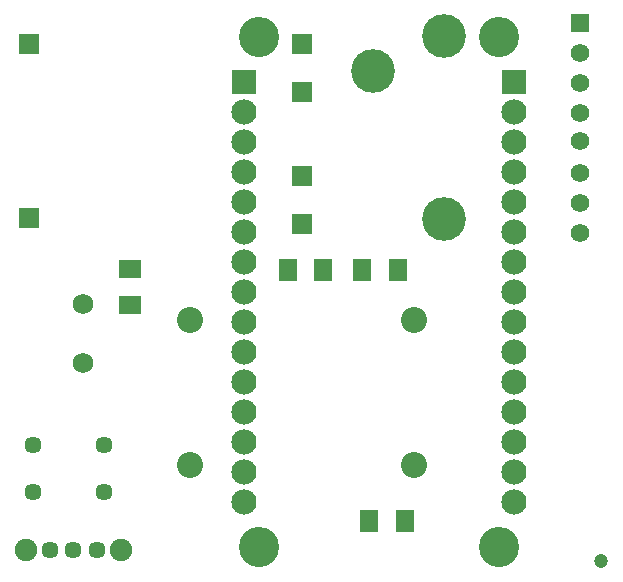
<source format=gbs>
G04*
G04 #@! TF.GenerationSoftware,Altium Limited,Altium Designer,22.0.2 (36)*
G04*
G04 Layer_Color=16711935*
%FSLAX25Y25*%
%MOIN*%
G70*
G04*
G04 #@! TF.SameCoordinates,3FE311A2-DF91-43EC-BEA0-AB145DDAB98B*
G04*
G04*
G04 #@! TF.FilePolarity,Negative*
G04*
G01*
G75*
%ADD13R,0.07690X0.06312*%
%ADD15R,0.06312X0.07690*%
%ADD16C,0.08674*%
%ADD17C,0.05721*%
%ADD18C,0.06800*%
%ADD19C,0.14580*%
%ADD20R,0.06194X0.06194*%
%ADD21C,0.06194*%
%ADD22R,0.07000X0.07000*%
%ADD23C,0.07493*%
%ADD24C,0.13398*%
%ADD25C,0.08398*%
%ADD26R,0.08398X0.08398*%
%ADD27C,0.04737*%
D13*
X248401Y146909D02*
D03*
Y135099D02*
D03*
D15*
X312906Y146516D02*
D03*
X301095D02*
D03*
X337732D02*
D03*
X325921D02*
D03*
X328300Y62992D02*
D03*
X340111D02*
D03*
D16*
X268431Y129899D02*
D03*
X343234D02*
D03*
Y81474D02*
D03*
X268431D02*
D03*
D17*
X239711Y88274D02*
D03*
X216089D02*
D03*
X239711Y72526D02*
D03*
X216089D02*
D03*
X221900Y53400D02*
D03*
X229400D02*
D03*
X237400D02*
D03*
D18*
X232900Y115500D02*
D03*
Y135185D02*
D03*
D19*
X353300Y163721D02*
D03*
Y224500D02*
D03*
X329400Y212800D02*
D03*
D20*
X398690Y229110D02*
D03*
D21*
Y219110D02*
D03*
Y209110D02*
D03*
Y199110D02*
D03*
Y189610D02*
D03*
Y179110D02*
D03*
Y169110D02*
D03*
Y159110D02*
D03*
D22*
X214800Y163800D02*
D03*
Y221800D02*
D03*
X305800Y161800D02*
D03*
Y221800D02*
D03*
Y177800D02*
D03*
Y205800D02*
D03*
D23*
X245400Y53400D02*
D03*
X213900D02*
D03*
D24*
X291405Y54216D02*
D03*
X371405D02*
D03*
Y224216D02*
D03*
X291405D02*
D03*
D25*
X376405Y69216D02*
D03*
Y79216D02*
D03*
Y89215D02*
D03*
Y99216D02*
D03*
Y109216D02*
D03*
Y119216D02*
D03*
Y129216D02*
D03*
Y139216D02*
D03*
Y149216D02*
D03*
Y159216D02*
D03*
Y169216D02*
D03*
Y179216D02*
D03*
Y189216D02*
D03*
Y199216D02*
D03*
X286405Y69216D02*
D03*
Y79216D02*
D03*
Y89215D02*
D03*
Y99216D02*
D03*
Y109216D02*
D03*
Y119216D02*
D03*
Y129216D02*
D03*
Y139216D02*
D03*
Y149216D02*
D03*
Y159216D02*
D03*
Y169216D02*
D03*
Y179216D02*
D03*
Y189216D02*
D03*
Y199216D02*
D03*
D26*
X376405Y209215D02*
D03*
X286405D02*
D03*
D27*
X405512Y49612D02*
D03*
M02*

</source>
